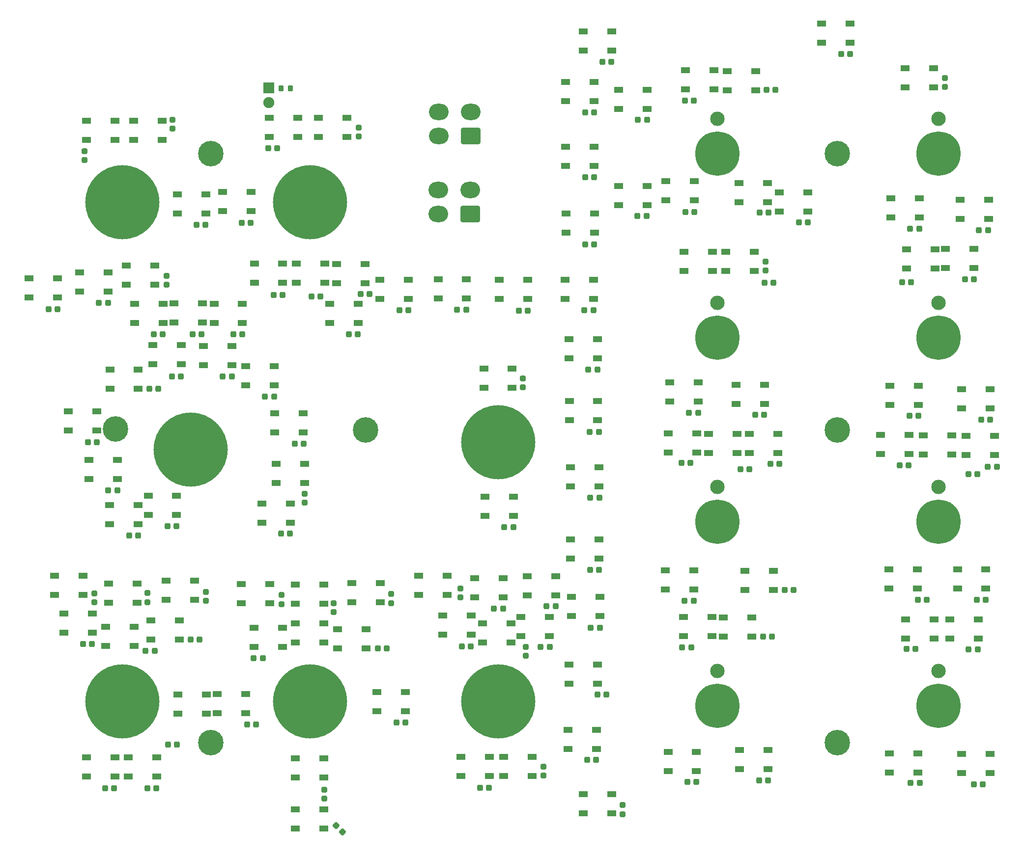
<source format=gbr>
%TF.GenerationSoftware,KiCad,Pcbnew,(6.0.9)*%
%TF.CreationDate,2022-12-17T22:16:12-09:00*%
%TF.ProjectId,PCB_ COMM PANEL,5043422c-2043-44f4-9d4d-2050414e454c,rev?*%
%TF.SameCoordinates,Original*%
%TF.FileFunction,Soldermask,Top*%
%TF.FilePolarity,Negative*%
%FSLAX46Y46*%
G04 Gerber Fmt 4.6, Leading zero omitted, Abs format (unit mm)*
G04 Created by KiCad (PCBNEW (6.0.9)) date 2022-12-17 22:16:12*
%MOMM*%
%LPD*%
G01*
G04 APERTURE LIST*
G04 Aperture macros list*
%AMRoundRect*
0 Rectangle with rounded corners*
0 $1 Rounding radius*
0 $2 $3 $4 $5 $6 $7 $8 $9 X,Y pos of 4 corners*
0 Add a 4 corners polygon primitive as box body*
4,1,4,$2,$3,$4,$5,$6,$7,$8,$9,$2,$3,0*
0 Add four circle primitives for the rounded corners*
1,1,$1+$1,$2,$3*
1,1,$1+$1,$4,$5*
1,1,$1+$1,$6,$7*
1,1,$1+$1,$8,$9*
0 Add four rect primitives between the rounded corners*
20,1,$1+$1,$2,$3,$4,$5,0*
20,1,$1+$1,$4,$5,$6,$7,0*
20,1,$1+$1,$6,$7,$8,$9,0*
20,1,$1+$1,$8,$9,$2,$3,0*%
G04 Aperture macros list end*
%ADD10RoundRect,0.050000X-0.750000X-0.450000X0.750000X-0.450000X0.750000X0.450000X-0.750000X0.450000X0*%
%ADD11RoundRect,0.275000X-0.225000X-0.250000X0.225000X-0.250000X0.225000X0.250000X-0.225000X0.250000X0*%
%ADD12RoundRect,0.275000X-0.250000X0.225000X-0.250000X-0.225000X0.250000X-0.225000X0.250000X0.225000X0*%
%ADD13RoundRect,0.275000X0.250000X-0.225000X0.250000X0.225000X-0.250000X0.225000X-0.250000X-0.225000X0*%
%ADD14RoundRect,0.275000X0.225000X0.250000X-0.225000X0.250000X-0.225000X-0.250000X0.225000X-0.250000X0*%
%ADD15RoundRect,0.275000X0.335876X0.017678X0.017678X0.335876X-0.335876X-0.017678X-0.017678X-0.335876X0*%
%ADD16RoundRect,0.250000X-0.200000X-0.275000X0.200000X-0.275000X0.200000X0.275000X-0.200000X0.275000X0*%
%ADD17C,12.800000*%
%ADD18C,4.400000*%
%ADD19C,7.640752*%
%ADD20C,2.481250*%
%ADD21RoundRect,0.300001X1.399999X-1.099999X1.399999X1.099999X-1.399999X1.099999X-1.399999X-1.099999X0*%
%ADD22O,3.400000X2.800000*%
%ADD23RoundRect,0.050000X-0.900000X0.900000X-0.900000X-0.900000X0.900000X-0.900000X0.900000X0.900000X0*%
%ADD24C,1.900000*%
G04 APERTURE END LIST*
D10*
%TO.C,D1*%
X76227600Y-35967600D03*
X76227600Y-39267600D03*
X81127600Y-39267600D03*
X81127600Y-35967600D03*
%TD*%
%TO.C,D2*%
X84328000Y-35916800D03*
X84328000Y-39216800D03*
X89228000Y-39216800D03*
X89228000Y-35916800D03*
%TD*%
%TO.C,D3*%
X107696000Y-35459200D03*
X107696000Y-38759200D03*
X112596000Y-38759200D03*
X112596000Y-35459200D03*
%TD*%
%TO.C,D4*%
X116207000Y-35408800D03*
X116207000Y-38708800D03*
X121107000Y-38708800D03*
X121107000Y-35408800D03*
%TD*%
%TO.C,D5*%
X91874000Y-48616400D03*
X91874000Y-51916400D03*
X96774000Y-51916400D03*
X96774000Y-48616400D03*
%TD*%
%TO.C,D6*%
X99646000Y-48260800D03*
X99646000Y-51560800D03*
X104546000Y-51560800D03*
X104546000Y-48260800D03*
%TD*%
%TO.C,D7*%
X66321600Y-63145200D03*
X66321600Y-66445200D03*
X71221600Y-66445200D03*
X71221600Y-63145200D03*
%TD*%
%TO.C,D8*%
X75031600Y-62129600D03*
X75031600Y-65429600D03*
X79931600Y-65429600D03*
X79931600Y-62129600D03*
%TD*%
%TO.C,D9*%
X83058000Y-60910000D03*
X83058000Y-64210000D03*
X87958000Y-64210000D03*
X87958000Y-60910000D03*
%TD*%
%TO.C,D10*%
X105144000Y-60580000D03*
X105144000Y-63880000D03*
X110044000Y-63880000D03*
X110044000Y-60580000D03*
%TD*%
%TO.C,D11*%
X112370000Y-60605200D03*
X112370000Y-63905200D03*
X117270000Y-63905200D03*
X117270000Y-60605200D03*
%TD*%
%TO.C,D12*%
X119357000Y-60706800D03*
X119357000Y-64006800D03*
X124257000Y-64006800D03*
X124257000Y-60706800D03*
%TD*%
%TO.C,D13*%
X126797000Y-63348400D03*
X126797000Y-66648400D03*
X131697000Y-66648400D03*
X131697000Y-63348400D03*
%TD*%
%TO.C,D14*%
X136804000Y-63297600D03*
X136804000Y-66597600D03*
X141704000Y-66597600D03*
X141704000Y-63297600D03*
%TD*%
%TO.C,D15*%
X147359000Y-63424800D03*
X147359000Y-66724800D03*
X152259000Y-66724800D03*
X152259000Y-63424800D03*
%TD*%
%TO.C,D16*%
X84558800Y-67564800D03*
X84558800Y-70864800D03*
X89458800Y-70864800D03*
X89458800Y-67564800D03*
%TD*%
%TO.C,D18*%
X98196000Y-67514000D03*
X98196000Y-70814000D03*
X103096000Y-70814000D03*
X103096000Y-67514000D03*
%TD*%
%TO.C,D19*%
X87630000Y-74676800D03*
X87630000Y-77976800D03*
X92530000Y-77976800D03*
X92530000Y-74676800D03*
%TD*%
%TO.C,D20*%
X96367600Y-74778800D03*
X96367600Y-78078800D03*
X101267600Y-78078800D03*
X101267600Y-74778800D03*
%TD*%
%TO.C,D21*%
X103683000Y-78283600D03*
X103683000Y-81583600D03*
X108583000Y-81583600D03*
X108583000Y-78283600D03*
%TD*%
%TO.C,D22*%
X108661000Y-86411600D03*
X108661000Y-89711600D03*
X113561000Y-89711600D03*
X113561000Y-86411600D03*
%TD*%
%TO.C,D23*%
X108915000Y-95098400D03*
X108915000Y-98398400D03*
X113815000Y-98398400D03*
X113815000Y-95098400D03*
%TD*%
%TO.C,D24*%
X106426000Y-101956000D03*
X106426000Y-105256000D03*
X111326000Y-105256000D03*
X111326000Y-101956000D03*
%TD*%
%TO.C,D25*%
X86856400Y-100661000D03*
X86856400Y-103961000D03*
X91756400Y-103961000D03*
X91756400Y-100661000D03*
%TD*%
%TO.C,D26*%
X80240800Y-102261000D03*
X80240800Y-105561000D03*
X85140800Y-105561000D03*
X85140800Y-102261000D03*
%TD*%
%TO.C,D27*%
X76634000Y-94438400D03*
X76634000Y-97738400D03*
X81534000Y-97738400D03*
X81534000Y-94438400D03*
%TD*%
%TO.C,D28*%
X73128800Y-86056000D03*
X73128800Y-89356000D03*
X78028800Y-89356000D03*
X78028800Y-86056000D03*
%TD*%
%TO.C,D29*%
X80252400Y-78918800D03*
X80252400Y-82218800D03*
X85152400Y-82218800D03*
X85152400Y-78918800D03*
%TD*%
%TO.C,D30*%
X144678000Y-78690000D03*
X144678000Y-81990000D03*
X149578000Y-81990000D03*
X149578000Y-78690000D03*
%TD*%
%TO.C,D31*%
X144870000Y-100814000D03*
X144870000Y-104114000D03*
X149770000Y-104114000D03*
X149770000Y-100814000D03*
%TD*%
%TO.C,D32*%
X70741200Y-114453000D03*
X70741200Y-117753000D03*
X75641200Y-117753000D03*
X75641200Y-114453000D03*
%TD*%
%TO.C,D33*%
X80060800Y-115774000D03*
X80060800Y-119074000D03*
X84960800Y-119074000D03*
X84960800Y-115774000D03*
%TD*%
%TO.C,D34*%
X89943600Y-115266000D03*
X89943600Y-118566000D03*
X94843600Y-118566000D03*
X94843600Y-115266000D03*
%TD*%
%TO.C,D36*%
X112217000Y-115926000D03*
X112217000Y-119226000D03*
X117117000Y-119226000D03*
X117117000Y-115926000D03*
%TD*%
%TO.C,D37*%
X121948000Y-115672000D03*
X121948000Y-118972000D03*
X126848000Y-118972000D03*
X126848000Y-115672000D03*
%TD*%
%TO.C,D38*%
X133491000Y-114479000D03*
X133491000Y-117779000D03*
X138391000Y-117779000D03*
X138391000Y-114479000D03*
%TD*%
%TO.C,D39*%
X143080000Y-114860000D03*
X143080000Y-118160000D03*
X147980000Y-118160000D03*
X147980000Y-114860000D03*
%TD*%
%TO.C,D40*%
X152174000Y-114504000D03*
X152174000Y-117804000D03*
X157074000Y-117804000D03*
X157074000Y-114504000D03*
%TD*%
%TO.C,D41*%
X72339200Y-120956000D03*
X72339200Y-124256000D03*
X77239200Y-124256000D03*
X77239200Y-120956000D03*
%TD*%
%TO.C,D42*%
X79502000Y-123242000D03*
X79502000Y-126542000D03*
X84402000Y-126542000D03*
X84402000Y-123242000D03*
%TD*%
%TO.C,D45*%
X112217000Y-122632000D03*
X112217000Y-125932000D03*
X117117000Y-125932000D03*
X117117000Y-122632000D03*
%TD*%
%TO.C,D46*%
X119482000Y-123699000D03*
X119482000Y-126999000D03*
X124382000Y-126999000D03*
X124382000Y-123699000D03*
%TD*%
%TO.C,D47*%
X137617000Y-121311000D03*
X137617000Y-124611000D03*
X142517000Y-124611000D03*
X142517000Y-121311000D03*
%TD*%
%TO.C,D48*%
X144475000Y-122683000D03*
X144475000Y-125983000D03*
X149375000Y-125983000D03*
X149375000Y-122683000D03*
%TD*%
%TO.C,D49*%
X151079000Y-121514000D03*
X151079000Y-124814000D03*
X155979000Y-124814000D03*
X155979000Y-121514000D03*
%TD*%
%TO.C,D50*%
X91998800Y-134926000D03*
X91998800Y-138226000D03*
X96898800Y-138226000D03*
X96898800Y-134926000D03*
%TD*%
%TO.C,D52*%
X126289000Y-134468000D03*
X126289000Y-137768000D03*
X131189000Y-137768000D03*
X131189000Y-134468000D03*
%TD*%
%TO.C,D53*%
X76200000Y-145746000D03*
X76200000Y-149046000D03*
X81100000Y-149046000D03*
X81100000Y-145746000D03*
%TD*%
%TO.C,D54*%
X83413600Y-145797000D03*
X83413600Y-149097000D03*
X88313600Y-149097000D03*
X88313600Y-145797000D03*
%TD*%
%TO.C,D55*%
X112206000Y-145975000D03*
X112206000Y-149275000D03*
X117106000Y-149275000D03*
X117106000Y-145975000D03*
%TD*%
%TO.C,D56*%
X112206000Y-154712000D03*
X112206000Y-158012000D03*
X117106000Y-158012000D03*
X117106000Y-154712000D03*
%TD*%
%TO.C,D57*%
X140716000Y-145695000D03*
X140716000Y-148995000D03*
X145616000Y-148995000D03*
X145616000Y-145695000D03*
%TD*%
%TO.C,D58*%
X148082000Y-145695000D03*
X148082000Y-148995000D03*
X152982000Y-148995000D03*
X152982000Y-145695000D03*
%TD*%
%TO.C,D59*%
X161826000Y-20524000D03*
X161826000Y-23824000D03*
X166726000Y-23824000D03*
X166726000Y-20524000D03*
%TD*%
%TO.C,D60*%
X158778000Y-29261600D03*
X158778000Y-32561600D03*
X163678000Y-32561600D03*
X163678000Y-29261600D03*
%TD*%
%TO.C,D61*%
X158801000Y-40437600D03*
X158801000Y-43737600D03*
X163701000Y-43737600D03*
X163701000Y-40437600D03*
%TD*%
%TO.C,D62*%
X158828000Y-51969200D03*
X158828000Y-55269200D03*
X163728000Y-55269200D03*
X163728000Y-51969200D03*
%TD*%
%TO.C,D63*%
X158727000Y-63348400D03*
X158727000Y-66648400D03*
X163627000Y-66648400D03*
X163627000Y-63348400D03*
%TD*%
%TO.C,D64*%
X159387000Y-73610000D03*
X159387000Y-76910000D03*
X164287000Y-76910000D03*
X164287000Y-73610000D03*
%TD*%
%TO.C,D65*%
X159410000Y-84278400D03*
X159410000Y-87578400D03*
X164310000Y-87578400D03*
X164310000Y-84278400D03*
%TD*%
%TO.C,D67*%
X159641000Y-108154000D03*
X159641000Y-111454000D03*
X164541000Y-111454000D03*
X164541000Y-108154000D03*
%TD*%
%TO.C,D68*%
X159794000Y-118111000D03*
X159794000Y-121411000D03*
X164694000Y-121411000D03*
X164694000Y-118111000D03*
%TD*%
%TO.C,D69*%
X159336000Y-129744000D03*
X159336000Y-133044000D03*
X164236000Y-133044000D03*
X164236000Y-129744000D03*
%TD*%
%TO.C,D70*%
X159184000Y-141022000D03*
X159184000Y-144322000D03*
X164084000Y-144322000D03*
X164084000Y-141022000D03*
%TD*%
%TO.C,D71*%
X176428000Y-144832000D03*
X176428000Y-148132000D03*
X181328000Y-148132000D03*
X181328000Y-144832000D03*
%TD*%
%TO.C,D72*%
X188750000Y-144527000D03*
X188750000Y-147827000D03*
X193650000Y-147827000D03*
X193650000Y-144527000D03*
%TD*%
%TO.C,D73*%
X214607000Y-145086000D03*
X214607000Y-148386000D03*
X219507000Y-148386000D03*
X219507000Y-145086000D03*
%TD*%
%TO.C,D74*%
X227053000Y-145187000D03*
X227053000Y-148487000D03*
X231953000Y-148487000D03*
X231953000Y-145187000D03*
%TD*%
%TO.C,D75*%
X179121000Y-121566000D03*
X179121000Y-124866000D03*
X184021000Y-124866000D03*
X184021000Y-121566000D03*
%TD*%
%TO.C,D76*%
X185979000Y-121667000D03*
X185979000Y-124967000D03*
X190879000Y-124967000D03*
X190879000Y-121667000D03*
%TD*%
%TO.C,D77*%
X217362000Y-121997000D03*
X217362000Y-125297000D03*
X222262000Y-125297000D03*
X222262000Y-121997000D03*
%TD*%
%TO.C,D78*%
X224982000Y-121946000D03*
X224982000Y-125246000D03*
X229882000Y-125246000D03*
X229882000Y-121946000D03*
%TD*%
%TO.C,D79*%
X175948000Y-113488000D03*
X175948000Y-116788000D03*
X180848000Y-116788000D03*
X180848000Y-113488000D03*
%TD*%
%TO.C,D80*%
X189664000Y-113590000D03*
X189664000Y-116890000D03*
X194564000Y-116890000D03*
X194564000Y-113590000D03*
%TD*%
%TO.C,D81*%
X214517000Y-113310000D03*
X214517000Y-116610000D03*
X219417000Y-116610000D03*
X219417000Y-113310000D03*
%TD*%
%TO.C,D82*%
X226302000Y-113361000D03*
X226302000Y-116661000D03*
X231202000Y-116661000D03*
X231202000Y-113361000D03*
%TD*%
%TO.C,D83*%
X176456000Y-89916800D03*
X176456000Y-93216800D03*
X181356000Y-93216800D03*
X181356000Y-89916800D03*
%TD*%
%TO.C,D84*%
X183416000Y-89968000D03*
X183416000Y-93268000D03*
X188316000Y-93268000D03*
X188316000Y-89968000D03*
%TD*%
%TO.C,D85*%
X190477000Y-89967600D03*
X190477000Y-93267600D03*
X195377000Y-93267600D03*
X195377000Y-89967600D03*
%TD*%
%TO.C,D86*%
X213032000Y-90120400D03*
X213032000Y-93420400D03*
X217932000Y-93420400D03*
X217932000Y-90120400D03*
%TD*%
%TO.C,D88*%
X227815000Y-90272400D03*
X227815000Y-93572400D03*
X232715000Y-93572400D03*
X232715000Y-90272400D03*
%TD*%
%TO.C,D89*%
X176761000Y-81078000D03*
X176761000Y-84378000D03*
X181661000Y-84378000D03*
X181661000Y-81078000D03*
%TD*%
%TO.C,D90*%
X188140000Y-81484400D03*
X188140000Y-84784400D03*
X193040000Y-84784400D03*
X193040000Y-81484400D03*
%TD*%
%TO.C,D91*%
X214681000Y-81636800D03*
X214681000Y-84936800D03*
X219581000Y-84936800D03*
X219581000Y-81636800D03*
%TD*%
%TO.C,D92*%
X227053000Y-82246400D03*
X227053000Y-85546400D03*
X231953000Y-85546400D03*
X231953000Y-82246400D03*
%TD*%
%TO.C,D93*%
X179199000Y-58573600D03*
X179199000Y-61873600D03*
X184099000Y-61873600D03*
X184099000Y-58573600D03*
%TD*%
%TO.C,D94*%
X186413000Y-58522800D03*
X186413000Y-61822800D03*
X191313000Y-61822800D03*
X191313000Y-58522800D03*
%TD*%
%TO.C,D96*%
X224208000Y-58065200D03*
X224208000Y-61365200D03*
X229108000Y-61365200D03*
X229108000Y-58065200D03*
%TD*%
%TO.C,D97*%
X167894000Y-47194000D03*
X167894000Y-50494000D03*
X172794000Y-50494000D03*
X172794000Y-47194000D03*
%TD*%
%TO.C,D98*%
X176073000Y-46381200D03*
X176073000Y-49681200D03*
X180973000Y-49681200D03*
X180973000Y-46381200D03*
%TD*%
%TO.C,D99*%
X188671000Y-46686000D03*
X188671000Y-49986000D03*
X193571000Y-49986000D03*
X193571000Y-46686000D03*
%TD*%
%TO.C,D100*%
X195631000Y-48311600D03*
X195631000Y-51611600D03*
X200531000Y-51611600D03*
X200531000Y-48311600D03*
%TD*%
%TO.C,D101*%
X214833000Y-49327600D03*
X214833000Y-52627600D03*
X219733000Y-52627600D03*
X219733000Y-49327600D03*
%TD*%
%TO.C,D102*%
X226748000Y-49582000D03*
X226748000Y-52882000D03*
X231648000Y-52882000D03*
X231648000Y-49582000D03*
%TD*%
%TO.C,D103*%
X167922000Y-30582400D03*
X167922000Y-33882400D03*
X172822000Y-33882400D03*
X172822000Y-30582400D03*
%TD*%
%TO.C,D104*%
X179402000Y-27230000D03*
X179402000Y-30530000D03*
X184302000Y-30530000D03*
X184302000Y-27230000D03*
%TD*%
%TO.C,D105*%
X186616000Y-27382400D03*
X186616000Y-30682400D03*
X191516000Y-30682400D03*
X191516000Y-27382400D03*
%TD*%
%TO.C,D106*%
X217248000Y-26874400D03*
X217248000Y-30174400D03*
X222148000Y-30174400D03*
X222148000Y-26874400D03*
%TD*%
%TO.C,D107*%
X202923000Y-19152400D03*
X202923000Y-22452400D03*
X207823000Y-22452400D03*
X207823000Y-19152400D03*
%TD*%
D11*
%TO.C,C3*%
X107562500Y-40700000D03*
X109112500Y-40700000D03*
%TD*%
D12*
%TO.C,C4*%
X123100000Y-37112500D03*
X123100000Y-38662500D03*
%TD*%
D11*
%TO.C,C5*%
X95162500Y-53875000D03*
X96712500Y-53875000D03*
%TD*%
%TO.C,C6*%
X102962500Y-53600000D03*
X104512500Y-53600000D03*
%TD*%
%TO.C,C7*%
X69662500Y-68500000D03*
X71212500Y-68500000D03*
%TD*%
%TO.C,C8*%
X78362500Y-67375000D03*
X79912500Y-67375000D03*
%TD*%
D12*
%TO.C,C9*%
X90050000Y-62687500D03*
X90050000Y-64237500D03*
%TD*%
D11*
%TO.C,C10*%
X108442500Y-65990000D03*
X109992500Y-65990000D03*
%TD*%
%TO.C,C11*%
X114975000Y-66250000D03*
X116525000Y-66250000D03*
%TD*%
%TO.C,C13*%
X130147500Y-68640000D03*
X131697500Y-68640000D03*
%TD*%
%TO.C,C14*%
X140097500Y-68520000D03*
X141647500Y-68520000D03*
%TD*%
%TO.C,C15*%
X150687500Y-68710000D03*
X152237500Y-68710000D03*
%TD*%
%TO.C,C16*%
X87787500Y-72775000D03*
X89337500Y-72775000D03*
%TD*%
%TO.C,C17*%
X94487500Y-72775000D03*
X96037500Y-72775000D03*
%TD*%
%TO.C,C18*%
X101537500Y-72750000D03*
X103087500Y-72750000D03*
%TD*%
%TO.C,C19*%
X90937500Y-80025000D03*
X92487500Y-80025000D03*
%TD*%
%TO.C,C20*%
X99712500Y-80025000D03*
X101262500Y-80025000D03*
%TD*%
%TO.C,C21*%
X106975000Y-83525000D03*
X108525000Y-83525000D03*
%TD*%
%TO.C,C22*%
X112087500Y-91670000D03*
X113637500Y-91670000D03*
%TD*%
D13*
%TO.C,C23*%
X113825000Y-101862500D03*
X113825000Y-100312500D03*
%TD*%
D11*
%TO.C,C24*%
X109762500Y-107200000D03*
X111312500Y-107200000D03*
%TD*%
%TO.C,C25*%
X90187500Y-105925000D03*
X91737500Y-105925000D03*
%TD*%
%TO.C,C26*%
X83562500Y-107500000D03*
X85112500Y-107500000D03*
%TD*%
%TO.C,C27*%
X79987500Y-99700000D03*
X81537500Y-99700000D03*
%TD*%
D14*
%TO.C,C29*%
X88587500Y-82200000D03*
X87037500Y-82200000D03*
%TD*%
D12*
%TO.C,C30*%
X151440000Y-80362500D03*
X151440000Y-81912500D03*
%TD*%
D11*
%TO.C,C31*%
X148217500Y-106100000D03*
X149767500Y-106100000D03*
%TD*%
D13*
%TO.C,C32*%
X77550000Y-119012500D03*
X77550000Y-117462500D03*
%TD*%
D12*
%TO.C,C33*%
X86750000Y-117437500D03*
X86750000Y-118987500D03*
%TD*%
%TO.C,C34*%
X96799400Y-117192800D03*
X96799400Y-118742800D03*
%TD*%
%TO.C,C35*%
X109800000Y-117762500D03*
X109800000Y-119312500D03*
%TD*%
D13*
%TO.C,C36*%
X118833900Y-120726600D03*
X118833900Y-119176600D03*
%TD*%
D12*
%TO.C,C37*%
X128701800Y-117599200D03*
X128701800Y-119149200D03*
%TD*%
%TO.C,C38*%
X140625000Y-116637500D03*
X140625000Y-118187500D03*
%TD*%
D11*
%TO.C,C39*%
X146437500Y-120150000D03*
X147987500Y-120150000D03*
%TD*%
%TO.C,C40*%
X155487500Y-119675000D03*
X157037500Y-119675000D03*
%TD*%
%TO.C,C41*%
X75612500Y-126200000D03*
X77162500Y-126200000D03*
%TD*%
D14*
%TO.C,C43*%
X95687500Y-125425000D03*
X94137500Y-125425000D03*
%TD*%
D11*
%TO.C,C44*%
X105036360Y-128640840D03*
X106586360Y-128640840D03*
%TD*%
D14*
%TO.C,C46*%
X127962500Y-126975000D03*
X126412500Y-126975000D03*
%TD*%
D11*
%TO.C,C47*%
X140897500Y-126600000D03*
X142447500Y-126600000D03*
%TD*%
D13*
%TO.C,C48*%
X151930000Y-128247500D03*
X151930000Y-126697500D03*
%TD*%
D11*
%TO.C,C50*%
X90255000Y-143550000D03*
X91805000Y-143550000D03*
%TD*%
D14*
%TO.C,C51*%
X105423000Y-140081000D03*
X103873000Y-140081000D03*
%TD*%
D11*
%TO.C,C52*%
X129637500Y-139775000D03*
X131187500Y-139775000D03*
%TD*%
%TO.C,C53*%
X79417500Y-151090000D03*
X80967500Y-151090000D03*
%TD*%
%TO.C,C54*%
X86705000Y-151090000D03*
X88255000Y-151090000D03*
%TD*%
D13*
%TO.C,C55*%
X117221000Y-152895500D03*
X117221000Y-151345500D03*
%TD*%
D15*
%TO.C,C56*%
X120352188Y-158657928D03*
X119256172Y-157561912D03*
%TD*%
D11*
%TO.C,C57*%
X144037500Y-150975000D03*
X145587500Y-150975000D03*
%TD*%
D12*
%TO.C,C58*%
X155000000Y-147362500D03*
X155000000Y-148912500D03*
%TD*%
D11*
%TO.C,C59*%
X165097500Y-25790000D03*
X166647500Y-25790000D03*
%TD*%
%TO.C,C60*%
X162117500Y-34540000D03*
X163667500Y-34540000D03*
%TD*%
%TO.C,C61*%
X162117500Y-45650000D03*
X163667500Y-45650000D03*
%TD*%
%TO.C,C62*%
X162167500Y-57250000D03*
X163717500Y-57250000D03*
%TD*%
%TO.C,C63*%
X162027500Y-68610000D03*
X163577500Y-68610000D03*
%TD*%
%TO.C,C64*%
X162707500Y-78880000D03*
X164257500Y-78880000D03*
%TD*%
%TO.C,C65*%
X162955000Y-89600000D03*
X164505000Y-89600000D03*
%TD*%
%TO.C,C66*%
X163027500Y-101000000D03*
X164577500Y-101000000D03*
%TD*%
%TO.C,C67*%
X163012500Y-113425000D03*
X164562500Y-113425000D03*
%TD*%
%TO.C,C68*%
X163125000Y-123375000D03*
X164675000Y-123375000D03*
%TD*%
D14*
%TO.C,C69*%
X165812500Y-134900000D03*
X164262500Y-134900000D03*
%TD*%
D11*
%TO.C,C71*%
X179737500Y-150025000D03*
X181287500Y-150025000D03*
%TD*%
%TO.C,C72*%
X192087500Y-149725000D03*
X193637500Y-149725000D03*
%TD*%
%TO.C,C74*%
X229112500Y-150460000D03*
X230662500Y-150460000D03*
%TD*%
%TO.C,C75*%
X178862500Y-126800000D03*
X180412500Y-126800000D03*
%TD*%
D14*
%TO.C,C76*%
X194337500Y-124975000D03*
X192787500Y-124975000D03*
%TD*%
D11*
%TO.C,C77*%
X217532960Y-127093980D03*
X219082960Y-127093980D03*
%TD*%
%TO.C,C78*%
X228232500Y-127160000D03*
X229782500Y-127160000D03*
%TD*%
%TO.C,C79*%
X179287500Y-118760000D03*
X180837500Y-118760000D03*
%TD*%
D14*
%TO.C,C80*%
X198062500Y-116875000D03*
X196512500Y-116875000D03*
%TD*%
%TO.C,C81*%
X220997500Y-118600000D03*
X219447500Y-118600000D03*
%TD*%
D11*
%TO.C,C49*%
X154487500Y-126750000D03*
X156037500Y-126750000D03*
%TD*%
%TO.C,C70*%
X162462500Y-146175000D03*
X164012500Y-146175000D03*
%TD*%
%TO.C,C73*%
X218225000Y-150164800D03*
X219775000Y-150164800D03*
%TD*%
D12*
%TO.C,C2*%
X91050000Y-35787500D03*
X91050000Y-37337500D03*
%TD*%
D10*
%TO.C,D17*%
X91326800Y-67488800D03*
X91326800Y-70788800D03*
X96226800Y-70788800D03*
X96226800Y-67488800D03*
%TD*%
%TO.C,D35*%
X102870000Y-115876000D03*
X102870000Y-119176000D03*
X107770000Y-119176000D03*
X107770000Y-115876000D03*
%TD*%
D14*
%TO.C,C42*%
X87962500Y-127375000D03*
X86412500Y-127375000D03*
%TD*%
D10*
%TO.C,D43*%
X87325200Y-122175000D03*
X87325200Y-125475000D03*
X92225200Y-125475000D03*
X92225200Y-122175000D03*
%TD*%
%TO.C,D44*%
X105125000Y-123450000D03*
X105125000Y-126750000D03*
X110025000Y-126750000D03*
X110025000Y-123450000D03*
%TD*%
%TO.C,D51*%
X98755000Y-134875000D03*
X98755000Y-138175000D03*
X103655000Y-138175000D03*
X103655000Y-134875000D03*
%TD*%
%TO.C,D66*%
X159614000Y-95758800D03*
X159614000Y-99058800D03*
X164514000Y-99058800D03*
X164514000Y-95758800D03*
%TD*%
%TO.C,D109*%
X161850000Y-152100000D03*
X161850000Y-155400000D03*
X166750000Y-155400000D03*
X166750000Y-152100000D03*
%TD*%
D14*
%TO.C,C105*%
X194962500Y-30660000D03*
X193412500Y-30660000D03*
%TD*%
D11*
%TO.C,C104*%
X179317500Y-32480000D03*
X180867500Y-32480000D03*
%TD*%
%TO.C,C99*%
X192225000Y-51800000D03*
X193775000Y-51800000D03*
%TD*%
D14*
%TO.C,C93*%
X194602500Y-63910000D03*
X193052500Y-63910000D03*
%TD*%
D11*
%TO.C,C84*%
X188905000Y-96100000D03*
X190455000Y-96100000D03*
%TD*%
%TO.C,C91*%
X218032500Y-86820000D03*
X219582500Y-86820000D03*
%TD*%
%TO.C,C87*%
X228205000Y-96900000D03*
X229755000Y-96900000D03*
%TD*%
%TO.C,C100*%
X198967500Y-53490000D03*
X200517500Y-53490000D03*
%TD*%
%TO.C,C96*%
X227587500Y-63300000D03*
X229137500Y-63300000D03*
%TD*%
%TO.C,C86*%
X216317500Y-95390000D03*
X217867500Y-95390000D03*
%TD*%
%TO.C,C89*%
X180057500Y-86290000D03*
X181607500Y-86290000D03*
%TD*%
D12*
%TO.C,C109*%
X168550000Y-154005000D03*
X168550000Y-155555000D03*
%TD*%
D11*
%TO.C,C95*%
X216725000Y-63800000D03*
X218275000Y-63800000D03*
%TD*%
%TO.C,C97*%
X171152500Y-52340000D03*
X172702500Y-52340000D03*
%TD*%
%TO.C,C92*%
X230367500Y-87510000D03*
X231917500Y-87510000D03*
%TD*%
%TO.C,C82*%
X229607500Y-118620000D03*
X231157500Y-118620000D03*
%TD*%
%TO.C,C83*%
X178725000Y-94950000D03*
X180275000Y-94950000D03*
%TD*%
%TO.C,C108*%
X121445000Y-72820000D03*
X122995000Y-72820000D03*
%TD*%
D12*
%TO.C,C94*%
X193260000Y-60242500D03*
X193260000Y-61792500D03*
%TD*%
D11*
%TO.C,C107*%
X206247500Y-24450000D03*
X207797500Y-24450000D03*
%TD*%
%TO.C,C98*%
X179402500Y-51670000D03*
X180952500Y-51670000D03*
%TD*%
%TO.C,C90*%
X191467500Y-86680000D03*
X193017500Y-86680000D03*
%TD*%
%TO.C,C101*%
X218157500Y-54580000D03*
X219707500Y-54580000D03*
%TD*%
%TO.C,C102*%
X229992500Y-54800000D03*
X231542500Y-54800000D03*
%TD*%
%TO.C,C103*%
X171237500Y-35810000D03*
X172787500Y-35810000D03*
%TD*%
D12*
%TO.C,C106*%
X224140000Y-28562500D03*
X224140000Y-30112500D03*
%TD*%
D11*
%TO.C,C85*%
X194075000Y-95100000D03*
X195625000Y-95100000D03*
%TD*%
%TO.C,C12*%
X123475000Y-65850000D03*
X125025000Y-65850000D03*
%TD*%
D10*
%TO.C,D108*%
X118100000Y-67550000D03*
X118100000Y-70850000D03*
X123000000Y-70850000D03*
X123000000Y-67550000D03*
%TD*%
%TO.C,D87*%
X220410000Y-90196400D03*
X220410000Y-93496400D03*
X225310000Y-93496400D03*
X225310000Y-90196400D03*
%TD*%
D11*
%TO.C,C88*%
X231537500Y-95660000D03*
X233087500Y-95660000D03*
%TD*%
D10*
%TO.C,D95*%
X217502000Y-58116400D03*
X217502000Y-61416400D03*
X222402000Y-61416400D03*
X222402000Y-58116400D03*
%TD*%
D11*
%TO.C,C28*%
X76437500Y-91375000D03*
X77987500Y-91375000D03*
%TD*%
D16*
%TO.C,R1*%
X109737500Y-30325000D03*
X111387500Y-30325000D03*
%TD*%
D13*
%TO.C,C110*%
X75900000Y-42712500D03*
X75900000Y-41162500D03*
%TD*%
D17*
%TO.C,1*%
X82379570Y-50011622D03*
X82379570Y-50011622D03*
%TD*%
%TO.C,2*%
X114764570Y-50011622D03*
X114764570Y-50011622D03*
%TD*%
D18*
%TO.C,19*%
X81178400Y-89154000D03*
%TD*%
%TO.C,20*%
X124341608Y-89254622D03*
%TD*%
D17*
%TO.C,4*%
X147149570Y-91413622D03*
X147149570Y-91413622D03*
%TD*%
%TO.C,5*%
X82379570Y-136117622D03*
X82379570Y-136117622D03*
%TD*%
%TO.C,6*%
X114764570Y-136117622D03*
X114764570Y-136117622D03*
%TD*%
%TO.C,7*%
X147149570Y-136117622D03*
X147149570Y-136117622D03*
%TD*%
D19*
%TO.C,14*%
X184919370Y-136879622D03*
D20*
X184919370Y-130879622D03*
D19*
X184919370Y-136879622D03*
%TD*%
%TO.C,16*%
X223019370Y-136879622D03*
D20*
X223019370Y-130879622D03*
D19*
X223019370Y-136879622D03*
%TD*%
D18*
%TO.C,22*%
X205569570Y-143229622D03*
%TD*%
D19*
%TO.C,12*%
X184919370Y-105129622D03*
X184919370Y-105129622D03*
D20*
X184919370Y-99129622D03*
%TD*%
D19*
%TO.C,13*%
X223019370Y-105129622D03*
D20*
X223019370Y-99129622D03*
D19*
X223019370Y-105129622D03*
%TD*%
D18*
%TO.C,24*%
X205569570Y-41629622D03*
%TD*%
D19*
%TO.C,10*%
X184919370Y-73379622D03*
D20*
X184919370Y-67379622D03*
D19*
X184919370Y-73379622D03*
%TD*%
%TO.C,11*%
X223019370Y-73379622D03*
X223019370Y-73379622D03*
D20*
X223019370Y-67379622D03*
%TD*%
D19*
%TO.C,8*%
X184919370Y-41629622D03*
D20*
X184919370Y-35629622D03*
D19*
X184919370Y-41629622D03*
%TD*%
D20*
%TO.C,9*%
X223019370Y-35629622D03*
D19*
X223019370Y-41629622D03*
X223019370Y-41629622D03*
%TD*%
D18*
%TO.C,23*%
X205569570Y-89254622D03*
%TD*%
%TO.C,21*%
X97619570Y-143229622D03*
%TD*%
D17*
%TO.C,G3*%
X94190570Y-92683622D03*
X94190570Y-92683622D03*
%TD*%
D21*
%TO.C,J1*%
X142443000Y-38608000D03*
D22*
X142443000Y-34408000D03*
X136943000Y-38608000D03*
X136943000Y-34408000D03*
%TD*%
D21*
%TO.C,J2*%
X142342000Y-52070000D03*
D22*
X142342000Y-47870000D03*
X136842000Y-52070000D03*
X136842000Y-47870000D03*
%TD*%
D23*
%TO.C,D110*%
X107600000Y-30285000D03*
D24*
X107600000Y-32825000D03*
%TD*%
D18*
%TO.C,17*%
X97619570Y-41629622D03*
%TD*%
M02*

</source>
